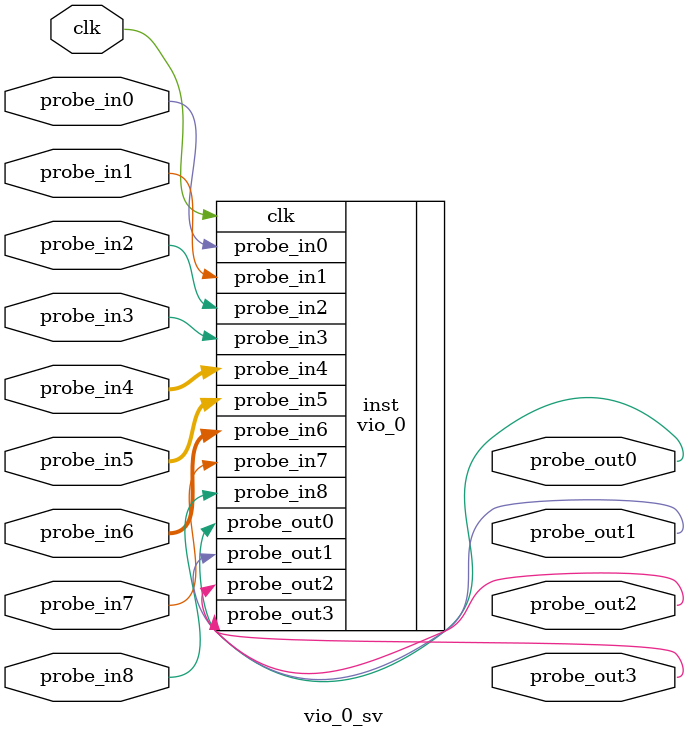
<source format=sv>


`timescale 1ps / 1ps

`include "vivado_interfaces.svh"

module vio_0_sv (
  (* X_INTERFACE_IGNORE = "true" *)
  input wire clk,
  (* X_INTERFACE_IGNORE = "true" *)
  input wire [0:0] probe_in0,
  (* X_INTERFACE_IGNORE = "true" *)
  input wire [0:0] probe_in1,
  (* X_INTERFACE_IGNORE = "true" *)
  input wire [0:0] probe_in2,
  (* X_INTERFACE_IGNORE = "true" *)
  input wire [0:0] probe_in3,
  (* X_INTERFACE_IGNORE = "true" *)
  input wire [15:0] probe_in4,
  (* X_INTERFACE_IGNORE = "true" *)
  input wire [20:0] probe_in5,
  (* X_INTERFACE_IGNORE = "true" *)
  input wire [20:0] probe_in6,
  (* X_INTERFACE_IGNORE = "true" *)
  input wire [0:0] probe_in7,
  (* X_INTERFACE_IGNORE = "true" *)
  input wire [0:0] probe_in8,
  (* X_INTERFACE_IGNORE = "true" *)
  output wire [0:0] probe_out0,
  (* X_INTERFACE_IGNORE = "true" *)
  output wire [0:0] probe_out1,
  (* X_INTERFACE_IGNORE = "true" *)
  output wire [0:0] probe_out2,
  (* X_INTERFACE_IGNORE = "true" *)
  output wire [0:0] probe_out3
);

  vio_0 inst (
    .clk(clk),
    .probe_in0(probe_in0),
    .probe_in1(probe_in1),
    .probe_in2(probe_in2),
    .probe_in3(probe_in3),
    .probe_in4(probe_in4),
    .probe_in5(probe_in5),
    .probe_in6(probe_in6),
    .probe_in7(probe_in7),
    .probe_in8(probe_in8),
    .probe_out0(probe_out0),
    .probe_out1(probe_out1),
    .probe_out2(probe_out2),
    .probe_out3(probe_out3)
  );

endmodule

</source>
